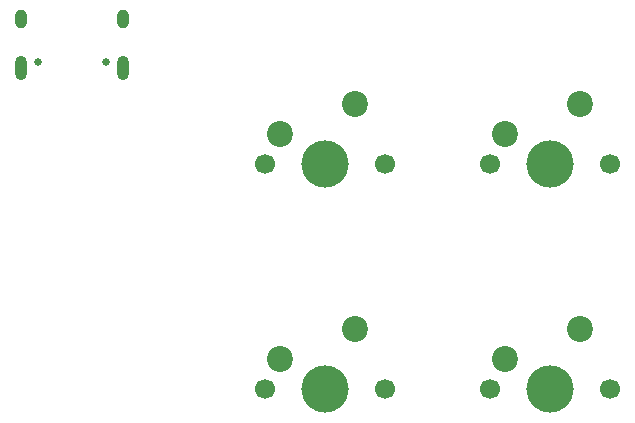
<source format=gbr>
%TF.GenerationSoftware,KiCad,Pcbnew,(6.0.6)*%
%TF.CreationDate,2022-06-29T23:10:10-06:00*%
%TF.ProjectId,macro1,6d616372-6f31-42e6-9b69-6361645f7063,rev?*%
%TF.SameCoordinates,Original*%
%TF.FileFunction,Soldermask,Top*%
%TF.FilePolarity,Negative*%
%FSLAX46Y46*%
G04 Gerber Fmt 4.6, Leading zero omitted, Abs format (unit mm)*
G04 Created by KiCad (PCBNEW (6.0.6)) date 2022-06-29 23:10:10*
%MOMM*%
%LPD*%
G01*
G04 APERTURE LIST*
%ADD10O,1.000000X1.600000*%
%ADD11O,1.000000X2.100000*%
%ADD12C,0.650000*%
%ADD13C,4.000000*%
%ADD14C,1.700000*%
%ADD15C,2.200000*%
G04 APERTURE END LIST*
D10*
%TO.C,USB1*%
X151163750Y-76596250D03*
X142523750Y-76596250D03*
D11*
X151163750Y-80776250D03*
X142523750Y-80776250D03*
D12*
X143953750Y-80246250D03*
X149733750Y-80246250D03*
%TD*%
D13*
%TO.C,SW2*%
X187325000Y-88900000D03*
D14*
X182245000Y-88900000D03*
X192405000Y-88900000D03*
D15*
X189865000Y-83820000D03*
X183515000Y-86360000D03*
%TD*%
D13*
%TO.C,SW3*%
X168275000Y-107950000D03*
D14*
X163195000Y-107950000D03*
X173355000Y-107950000D03*
D15*
X170815000Y-102870000D03*
X164465000Y-105410000D03*
%TD*%
D13*
%TO.C,SW4*%
X187325000Y-107950000D03*
D14*
X182245000Y-107950000D03*
X192405000Y-107950000D03*
D15*
X189865000Y-102870000D03*
X183515000Y-105410000D03*
%TD*%
D13*
%TO.C,SW1*%
X168275000Y-88900000D03*
D14*
X163195000Y-88900000D03*
X173355000Y-88900000D03*
D15*
X170815000Y-83820000D03*
X164465000Y-86360000D03*
%TD*%
M02*

</source>
